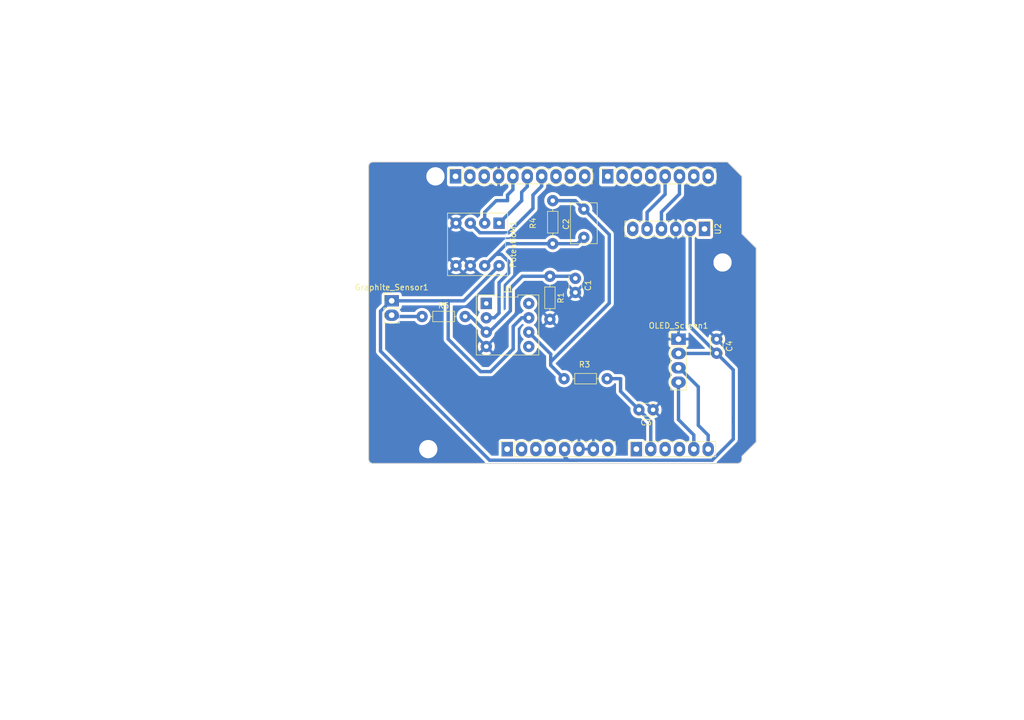
<source format=kicad_pcb>
(kicad_pcb (version 20241229) (generator "pcbnew") (generator_version "9.0")
  (title_block (date "mar. 31 mars 2015"))
  (layers (0 "F.Cu" signal) (2 "B.Cu" signal) (13 "F.Paste" user) (15 "B.Paste" user) (5 "F.SilkS" user "F.Silkscreen") (7 "B.SilkS" user "B.Silkscreen") (1 "F.Mask" user) (3 "B.Mask" user) (25 "Edge.Cuts" user))
  (net 0 "")
  (net 1 "GND")
  (net 3 "+5V")
  (net 4 "/IOREF")
  (net 5 "Net-(U1-+)")
  (net 6 "R2")
  (net 7 "/A2")
  (net 8 "/A3")
  (net 9 "Flex_Out")
  (net 10 "BluetoothInput")
  (net 11 "SCL")
  (net 12 "D11")
  (net 13 "/AREF")
  (net 14 "/8")
  (net 15 "/7")
  (net 16 "D13")
  (net 17 "BluetoothOutput")
  (net 18 "SDA")
  (net 19 "/4")
  (net 20 "/TX{slash}1")
  (net 21 "/*6")
  (net 22 "/*5")
  (net 23 "D12")
  (net 24 "/RX{slash}0")
  (net 25 "+3V3")
  (net 26 "VCC")
  (net 27 "/~{RESET}")
  (net 28 "Net-(C2-Pad2)")
  (net 29 "AmpliOut")
  (net 30 "/*9")
  (net 36 "/*10")
  (net 37 "/A0")
  (footprint "Connector_PinSocket_2.54mm:PinSocket_1x08_P2.54mm_Vertical" (layer "F.Cu") (at 127.94 97.46 90)
    (property "Reference" "J1" (hide yes))
    (property "Value" "Power")
    (fp_line (start 1.33 -1.33) (end 1.33 0) (stroke (width 0.12)) (layer "F.SilkS"))
    (fp_line (start 0 -1.33) (end 1.33 -1.33) (stroke (width 0.12)) (layer "F.SilkS"))
    (fp_line (start 1.33 1.27) (end 1.33 19.11) (stroke (width 0.12)) (layer "F.SilkS"))
    (fp_line (start -1.33 1.27) (end 1.33 1.27) (stroke (width 0.12)) (layer "F.SilkS"))
    (fp_line (start -1.33 1.27) (end -1.33 19.11) (stroke (width 0.12)) (layer "F.SilkS"))
    (fp_line (start -1.33 19.11) (end 1.33 19.11) (stroke (width 0.12)) (layer "F.SilkS"))
    (pad "1" thru_hole rect (at 0 0 90) (size 2.54 2) (drill 1) (layers "*.Cu" "*.Mask"))
    (pad "2" thru_hole oval (at 0 2.54 90) (size 2.54 2) (drill 1) (layers "*.Cu" "*.Mask") (net 4 "/IOREF"))
    (pad "3" thru_hole oval (at 0 5.08 90) (size 2.54 2) (drill 1) (layers "*.Cu" "*.Mask") (net 27 "/~{RESET}"))
    (pad "4" thru_hole oval (at 0 7.62 90) (size 2.54 2) (drill 1) (layers "*.Cu" "*.Mask") (net 25 "+3V3"))
    (pad "5" thru_hole oval (at 0 10.16 90) (size 2.54 2) (drill 1) (layers "*.Cu" "*.Mask") (net 3 "+5V"))
    (pad "6" thru_hole oval (at 0 12.7 90) (size 2.54 2) (drill 1) (layers "*.Cu" "*.Mask") (net 1 "GND"))
    (pad "7" thru_hole oval (at 0 15.24 90) (size 2.54 2) (drill 1) (layers "*.Cu" "*.Mask") (net 1 "GND"))
    (pad "8" thru_hole oval (at 0 17.78 90) (size 2.54 2) (drill 1) (layers "*.Cu" "*.Mask") (net 26 "VCC"))
  )
  (footprint "Connector_PinSocket_2.54mm:PinSocket_1x06_P2.54mm_Vertical" (layer "F.Cu") (at 150.8 97.46 90)
    (property "Reference" "J3" (hide yes))
    (property "Value" "Analog")
    (fp_line (start 1.33 -1.33) (end 1.33 0) (stroke (width 0.12)) (layer "F.SilkS"))
    (fp_line (start 0 -1.33) (end 1.33 -1.33) (stroke (width 0.12)) (layer "F.SilkS"))
    (fp_line (start 1.33 1.27) (end 1.33 14.03) (stroke (width 0.12)) (layer "F.SilkS"))
    (fp_line (start -1.33 1.27) (end 1.33 1.27) (stroke (width 0.12)) (layer "F.SilkS"))
    (fp_line (start -1.33 1.27) (end -1.33 14.03) (stroke (width 0.12)) (layer "F.SilkS"))
    (fp_line (start -1.33 14.03) (end 1.33 14.03) (stroke (width 0.12)) (layer "F.SilkS"))
    (pad "1" thru_hole rect (at 0 0 90) (size 2.54 2) (drill 1) (layers "*.Cu" "*.Mask") (net 37 "/A0"))
    (pad "2" thru_hole oval (at 0 2.54 90) (size 2.54 2) (drill 1) (layers "*.Cu" "*.Mask") (net 29 "AmpliOut"))
    (pad "3" thru_hole oval (at 0 5.08 90) (size 2.54 2) (drill 1) (layers "*.Cu" "*.Mask") (net 7 "/A2"))
    (pad "4" thru_hole oval (at 0 7.62 90) (size 2.54 2) (drill 1) (layers "*.Cu" "*.Mask") (net 8 "/A3"))
    (pad "5" thru_hole oval (at 0 10.16 90) (size 2.54 2) (drill 1) (layers "*.Cu" "*.Mask") (net 18 "SDA"))
    (pad "6" thru_hole oval (at 0 12.7 90) (size 2.54 2) (drill 1) (layers "*.Cu" "*.Mask") (net 11 "SCL"))
  )
  (footprint "Connector_PinSocket_2.54mm:PinSocket_1x10_P2.54mm_Vertical" (layer "F.Cu") (at 118.796 49.2 90)
    (property "Reference" "J2" (hide yes))
    (property "Value" "Digital/PWM")
    (fp_line (start 1.33 -1.33) (end 1.33 0) (stroke (width 0.12)) (layer "F.SilkS"))
    (fp_line (start 0 -1.33) (end 1.33 -1.33) (stroke (width 0.12)) (layer "F.SilkS"))
    (fp_line (start 1.33 1.27) (end 1.33 24.19) (stroke (width 0.12)) (layer "F.SilkS"))
    (fp_line (start -1.33 1.27) (end 1.33 1.27) (stroke (width 0.12)) (layer "F.SilkS"))
    (fp_line (start -1.33 1.27) (end -1.33 24.19) (stroke (width 0.12)) (layer "F.SilkS"))
    (fp_line (start -1.33 24.19) (end 1.33 24.19) (stroke (width 0.12)) (layer "F.SilkS"))
    (pad "1" thru_hole rect (at 0 0 90) (size 2.54 2) (drill 1) (layers "*.Cu" "*.Mask") (net 11 "SCL"))
    (pad "2" thru_hole oval (at 0 2.54 90) (size 2.54 2) (drill 1) (layers "*.Cu" "*.Mask") (net 18 "SDA"))
    (pad "3" thru_hole oval (at 0 5.08 90) (size 2.54 2) (drill 1) (layers "*.Cu" "*.Mask") (net 13 "/AREF"))
    (pad "4" thru_hole oval (at 0 7.62 90) (size 2.54 2) (drill 1) (layers "*.Cu" "*.Mask") (net 1 "GND"))
    (pad "5" thru_hole oval (at 0 10.16 90) (size 2.54 2) (drill 1) (layers "*.Cu" "*.Mask") (net 16 "D13"))
    (pad "6" thru_hole oval (at 0 12.7 90) (size 2.54 2) (drill 1) (layers "*.Cu" "*.Mask") (net 23 "D12"))
    (pad "7" thru_hole oval (at 0 15.24 90) (size 2.54 2) (drill 1) (layers "*.Cu" "*.Mask") (net 12 "D11"))
    (pad "8" thru_hole oval (at 0 17.78 90) (size 2.54 2) (drill 1) (layers "*.Cu" "*.Mask") (net 36 "/*10"))
    (pad "9" thru_hole oval (at 0 20.32 90) (size 2.54 2) (drill 1) (layers "*.Cu" "*.Mask") (net 30 "/*9"))
    (pad "10" thru_hole oval (at 0 22.86 90) (size 2.54 2) (drill 1) (layers "*.Cu" "*.Mask") (net 14 "/8"))
  )
  (footprint "Connector_PinSocket_2.54mm:PinSocket_1x08_P2.54mm_Vertical" (layer "F.Cu") (at 145.72 49.2 90)
    (property "Reference" "J4" (hide yes))
    (property "Value" "Digital/PWM")
    (fp_line (start 1.33 -1.33) (end 1.33 0) (stroke (width 0.12)) (layer "F.SilkS"))
    (fp_line (start 0 -1.33) (end 1.33 -1.33) (stroke (width 0.12)) (layer "F.SilkS"))
    (fp_line (start 1.33 1.27) (end 1.33 19.11) (stroke (width 0.12)) (layer "F.SilkS"))
    (fp_line (start -1.33 1.27) (end 1.33 1.27) (stroke (width 0.12)) (layer "F.SilkS"))
    (fp_line (start -1.33 1.27) (end -1.33 19.11) (stroke (width 0.12)) (layer "F.SilkS"))
    (fp_line (start -1.33 19.11) (end 1.33 19.11) (stroke (width 0.12)) (layer "F.SilkS"))
    (pad "1" thru_hole rect (at 0 0 90) (size 2.54 2) (drill 1) (layers "*.Cu" "*.Mask") (net 15 "/7"))
    (pad "2" thru_hole oval (at 0 2.54 90) (size 2.54 2) (drill 1) (layers "*.Cu" "*.Mask") (net 21 "/*6"))
    (pad "3" thru_hole oval (at 0 5.08 90) (size 2.54 2) (drill 1) (layers "*.Cu" "*.Mask") (net 22 "/*5"))
    (pad "4" thru_hole oval (at 0 7.62 90) (size 2.54 2) (drill 1) (layers "*.Cu" "*.Mask") (net 19 "/4"))
    (pad "5" thru_hole oval (at 0 10.16 90) (size 2.54 2) (drill 1) (layers "*.Cu" "*.Mask") (net 10 "BluetoothInput"))
    (pad "6" thru_hole oval (at 0 12.7 90) (size 2.54 2) (drill 1) (layers "*.Cu" "*.Mask") (net 17 "BluetoothOutput"))
    (pad "7" thru_hole oval (at 0 15.24 90) (size 2.54 2) (drill 1) (layers "*.Cu" "*.Mask") (net 20 "/TX{slash}1"))
    (pad "8" thru_hole oval (at 0 17.78 90) (size 2.54 2) (drill 1) (layers "*.Cu" "*.Mask") (net 24 "/RX{slash}0"))
  )
  (footprint "Capacitor_THT:C_Disc_D3.0mm_W2.0mm_P2.50mm" (layer "F.Cu") (at 153.75 90.5 180)
    (property "Reference" "C3" (at 1.25 -2.25 0) (layer "F.SilkS"))
    (property "Value" "100n")
    (fp_line (start 2.87 1.055) (end 2.87 1.12) (stroke (width 0.12)) (layer "F.SilkS"))
    (fp_line (start 2.87 -1.12) (end 2.87 -1.055) (stroke (width 0.12)) (layer "F.SilkS"))
    (fp_line (start -0.37 1.12) (end 2.87 1.12) (stroke (width 0.12)) (layer "F.SilkS"))
    (fp_line (start -0.37 1.055) (end -0.37 1.12) (stroke (width 0.12)) (layer "F.SilkS"))
    (fp_line (start -0.37 -1.12) (end 2.87 -1.12) (stroke (width 0.12)) (layer "F.SilkS"))
    (fp_line (start -0.37 -1.12) (end -0.37 -1.055) (stroke (width 0.12)) (layer "F.SilkS"))
    (pad "1" thru_hole circle (at 0 0 180) (size 2 2) (drill 0.8) (layers "*.Cu" "*.Mask") (net 1 "GND"))
    (pad "2" thru_hole circle (at 2.5 0 180) (size 2 2) (drill 0.8) (layers "*.Cu" "*.Mask") (net 29 "AmpliOut"))
  )
  (footprint "Resistor_THT:R_Axial_DIN0204_L3.6mm_D1.6mm_P7.62mm_Horizontal" (layer "F.Cu") (at 135.5 66.88 -90)
    (property "Reference" "R1" (at 3.81 -1.92 90) (layer "F.SilkS"))
    (property "Value" "100k")
    (fp_line (start 1.89 0.92) (end 5.73 0.92) (stroke (width 0.12)) (layer "F.SilkS"))
    (fp_line (start 5.73 0.92) (end 5.73 -0.92) (stroke (width 0.12)) (layer "F.SilkS"))
    (fp_line (start 1.5 0) (end 1.89 0) (stroke (width 0.12)) (layer "F.SilkS"))
    (fp_line (start 6.5 0) (end 5.73 0) (stroke (width 0.12)) (layer "F.SilkS"))
    (fp_line (start 1.89 -0.92) (end 1.89 0.92) (stroke (width 0.12)) (layer "F.SilkS"))
    (fp_line (start 5.73 -0.92) (end 1.89 -0.92) (stroke (width 0.12)) (layer "F.SilkS"))
    (pad "1" thru_hole circle (at 0 0 270) (size 2 2) (drill 0.8) (layers "*.Cu" "*.Mask") (net 5 "Net-(U1-+)"))
    (pad "2" thru_hole circle (at 7.62 0 270) (size 2 2) (drill 0.8) (layers "*.Cu" "*.Mask") (net 1 "GND"))
  )
  (footprint "Capteur4A:Sensor" (layer "F.Cu") (at 107.5 71.225)
    (property "Reference" "Graphite_Sensor1" (at 0 -2.38 0) (layer "F.SilkS"))
    (property "Value" "~")
    (fp_line (start -1.38 -1.38) (end 0 -1.38) (stroke (width 0.12)) (layer "F.SilkS"))
    (fp_line (start -1.38 0) (end -1.38 -1.38) (stroke (width 0.12)) (layer "F.SilkS"))
    (fp_line (start -1.38 1.27) (end -1.38 3.92) (stroke (width 0.12)) (layer "F.SilkS"))
    (fp_line (start -1.38 1.27) (end 1.38 1.27) (stroke (width 0.12)) (layer "F.SilkS"))
    (fp_line (start -1.38 3.92) (end 1.38 3.92) (stroke (width 0.12)) (layer "F.SilkS"))
    (fp_line (start 1.38 1.27) (end 1.38 3.92) (stroke (width 0.12)) (layer "F.SilkS"))
    (pad "1" thru_hole rect (at 0 0) (size 2.54 2) (drill 1) (layers "*.Cu" "*.Mask") (net 3 "+5V"))
    (pad "2" thru_hole oval (at 0 2.54) (size 2.54 2) (drill 1) (layers "*.Cu" "*.Mask") (net 9 "Flex_Out"))
  )
  (footprint "Resistor_THT:R_Axial_DIN0204_L3.6mm_D1.6mm_P7.62mm_Horizontal" (layer "F.Cu") (at 138 85)
    (property "Reference" "R3" (at 3.62 -2.5 0) (layer "F.SilkS"))
    (property "Value" "1K")
    (fp_line (start 1.5 0) (end 1.89 0) (stroke (width 0.12)) (layer "F.SilkS"))
    (fp_line (start 1.89 -0.92) (end 1.89 0.92) (stroke (width 0.12)) (layer "F.SilkS"))
    (fp_line (start 1.89 0.92) (end 5.73 0.92) (stroke (width 0.12)) (layer "F.SilkS"))
    (fp_line (start 5.73 -0.92) (end 1.89 -0.92) (stroke (width 0.12)) (layer "F.SilkS"))
    (fp_line (start 5.73 0.92) (end 5.73 -0.92) (stroke (width 0.12)) (layer "F.SilkS"))
    (fp_line (start 6.5 0) (end 5.73 0) (stroke (width 0.12)) (layer "F.SilkS"))
    (pad "1" thru_hole circle (at 0 0) (size 2 2) (drill 0.8) (layers "*.Cu" "*.Mask") (net 28 "Net-(C2-Pad2)"))
    (pad "2" thru_hole circle (at 7.62 0) (size 2 2) (drill 0.8) (layers "*.Cu" "*.Mask") (net 29 "AmpliOut"))
  )
  (footprint "Capteur4A:HCO5" (layer "F.Cu") (at 162.85 58.5 -90)
    (property "Reference" "U2" (at 0 -2.38 90) (layer "F.SilkS"))
    (property "Value" "HC05")
    (fp_line (start -1.38 14.08) (end 1.38 14.08) (stroke (width 0.12)) (layer "F.SilkS"))
    (fp_line (start -1.38 1.27) (end -1.38 14.08) (stroke (width 0.12)) (layer "F.SilkS"))
    (fp_line (start -1.38 1.27) (end 1.38 1.27) (stroke (width 0.12)) (layer "F.SilkS"))
    (fp_line (start 1.38 1.27) (end 1.38 14.08) (stroke (width 0.12)) (layer "F.SilkS"))
    (fp_line (start -1.38 0) (end -1.38 -1.38) (stroke (width 0.12)) (layer "F.SilkS"))
    (fp_line (start -1.38 -1.38) (end 0 -1.38) (stroke (width 0.12)) (layer "F.SilkS"))
    (pad "EN" thru_hole rect (at 0 0 270) (size 2.54 2) (drill 1) (layers "*.Cu" "*.Mask"))
    (pad "GND" thru_hole oval (at 0 5.08 270) (size 2.54 2) (drill 1) (layers "*.Cu" "*.Mask") (net 1 "GND"))
    (pad "RXD" thru_hole oval (at 0 10.16 270) (size 2.54 2) (drill 1) (layers "*.Cu" "*.Mask") (net 10 "BluetoothInput"))
    (pad "STATE" thru_hole oval (at 0 12.7 270) (size 2.54 2) (drill 1) (layers "*.Cu" "*.Mask"))
    (pad "TXD" thru_hole oval (at 0 7.62 270) (size 2.54 2) (drill 1) (layers "*.Cu" "*.Mask") (net 17 "BluetoothOutput"))
    (pad "VCC" thru_hole oval (at 0 2.54 270) (size 2.54 2) (drill 1) (layers "*.Cu" "*.Mask") (net 3 "+5V"))
  )
  (footprint "Arduino_MountingHole:MountingHole_3.2mm" (layer "F.Cu") (at 115.24 49.2)
    (property "Reference" "MH1" (hide yes))
    (property "Value" "MountingHole_3.2mm" (hide yes))
    (pad "" np_thru_hole circle (at 0 0) (size 3.2 3.2) (drill 3.2) (layers "*.Cu" "*.Mask"))
  )
  (footprint "Capteur4A:MCP41050" (layer "F.Cu") (at 122.69 61.24 180)
    (property "Reference" "PotentioM1" (at -6.31 0 90) (layer "F.SilkS"))
    (property "Value" "MCP41050-I_SN")
    (fp_line (start 5.31 5.53) (end 5.31 -5.53) (stroke (width 0.12)) (layer "F.SilkS"))
    (fp_line (start 5.31 -5.53) (end -5.31 -5.53) (stroke (width 0.12)) (layer "F.SilkS"))
    (fp_line (start -4.95 1.843333) (end -5.31 1.843333) (stroke (width 0.12)) (layer "F.SilkS"))
    (fp_line (start -4.95 -1.843333) (end -4.95 1.843333) (stroke (width 0.12)) (layer "F.SilkS"))
    (fp_line (start -5.31 5.53) (end 5.31 5.53) (stroke (width 0.12)) (layer "F.SilkS"))
    (fp_line (start -5.31 1.843333) (end -5.31 5.53) (stroke (width 0.12)) (layer "F.SilkS"))
    (fp_line (start -5.31 -1.843333) (end -4.95 -1.843333) (stroke (width 0.12)) (layer "F.SilkS"))
    (fp_line (start -5.31 -5.53) (end -5.31 -1.843333) (stroke (width 0.12)) (layer "F.SilkS"))
    (pad "1" thru_hole rect (at -3.81 3.76 180) (size 2 2) (drill 0.8) (layers "*.Cu" "*.Mask") (net 23 "D12"))
    (pad "2" thru_hole circle (at -1.27 3.76 180) (size 2 2) (drill 0.8) (layers "*.Cu" "*.Mask") (net 16 "D13"))
    (pad "3" thru_hole circle (at 1.27 3.76 180) (size 2 2) (drill 0.8) (layers "*.Cu" "*.Mask") (net 12 "D11"))
    (pad "4" thru_hole circle (at 3.81 3.76 180) (size 2 2) (drill 0.8) (layers "*.Cu" "*.Mask") (net 1 "GND"))
    (pad "5" thru_hole circle (at 3.81 -3.76 180) (size 2 2) (drill 0.8) (layers "*.Cu" "*.Mask") (net 1 "GND"))
    (pad "6" thru_hole circle (at 1.27 -3.76 180) (size 2 2) (drill 0.8) (layers "*.Cu" "*.Mask") (net 1 "GND"))
    (pad "7" thru_hole circle (at -1.27 -3.76 180) (size 2 2) (drill 0.8) (layers "*.Cu" "*.Mask") (net 6 "R2"))
    (pad "8" thru_hole circle (at -3.81 -3.76 180) (size 2 2) (drill 0.8) (layers "*.Cu" "*.Mask") (net 3 "+5V"))
  )
  (footprint "Capacitor_THT:C_Rect_L7.0mm_W4.5mm_P5.00mm" (layer "F.Cu") (at 141.5 60 90)
    (property "Reference" "C2" (at 2.333334 -3.14042 90) (layer "F.SilkS"))
    (property "Value" "1µ")
    (fp_line (start 6.12 -2.37) (end 6.12 2.37) (stroke (width 0.12)) (layer "F.SilkS"))
    (fp_line (start -1.12 -2.37) (end 6.12 -2.37) (stroke (width 0.12)) (layer "F.SilkS"))
    (fp_line (start -1.12 -2.37) (end -1.12 2.37) (stroke (width 0.12)) (layer "F.SilkS"))
    (fp_line (start -1.12 2.37) (end 6.12 2.37) (stroke (width 0.12)) (layer "F.SilkS"))
    (pad "1" thru_hole circle (at 0 0 90) (size 2 2) (drill 0.8) (layers "*.Cu" "*.Mask") (net 6 "R2"))
    (pad "2" thru_hole circle (at 5 0 90) (size 2 2) (drill 0.8) (layers "*.Cu" "*.Mask") (net 28 "Net-(C2-Pad2)"))
  )
  (footprint "Capteur4A:LTC1050" (layer "F.Cu") (at 128 75.5 -90)
    (property "Reference" "U1" (at -6.31 0 0) (layer "F.SilkS"))
    (property "Value" "LTC1050")
    (fp_line (start -5.31 5.53) (end 5.31 5.53) (stroke (width 0.12)) (layer "F.SilkS"))
    (fp_line (start 5.31 5.53) (end 5.31 -5.53) (stroke (width 0.12)) (layer "F.SilkS"))
    (fp_line (start -5.31 1.843333) (end -5.31 5.53) (stroke (width 0.12)) (layer "F.SilkS"))
    (fp_line (start -4.95 1.843333) (end -5.31 1.843333) (stroke (width 0.12)) (layer "F.SilkS"))
    (fp_line (start -5.31 -1.843333) (end -4.95 -1.843333) (stroke (width 0.12)) (layer "F.SilkS"))
    (fp_line (start -4.95 -1.843333) (end -4.95 1.843333) (stroke (width 0.12)) (layer "F.SilkS"))
    (fp_line (start -5.31 -5.53) (end -5.31 -1.843333) (stroke (width 0.12)) (layer "F.SilkS"))
    (fp_line (start 5.31 -5.53) (end -5.31 -5.53) (stroke (width 0.12)) (layer "F.SilkS"))
    (pad "1" thru_hole rect (at -3.81 3.76 270) (size 2 2) (drill 0.8) (layers "*.Cu" "*.Mask"))
    (pad "2" thru_hole circle (at -1.27 3.76 270) (size 2 2) (drill 0.8) (layers "*.Cu" "*.Mask") (net 6 "R2"))
    (pad "3" thru_hole circle (at 1.27 3.76 270) (size 2 2) (drill 0.8) (layers "*.Cu" "*.Mask") (net 5 "Net-(U1-+)"))
    (pad "4" thru_hole circle (at 3.81 3.76 270) (size 2 2) (drill 0.8) (layers "*.Cu" "*.Mask") (net 1 "GND"))
    (pad "5" thru_hole circle (at 3.81 -3.76 270) (size 2 2) (drill 0.8) (layers "*.Cu" "*.Mask"))
    (pad "6" thru_hole circle (at 1.27 -3.76 270) (size 2 2) (drill 0.8) (layers "*.Cu" "*.Mask") (net 28 "Net-(C2-Pad2)"))
    (pad "7" thru_hole circle (at -1.27 -3.76 270) (size 2 2) (drill 0.8) (layers "*.Cu" "*.Mask") (net 3 "+5V"))
    (pad "8" thru_hole circle (at -3.81 -3.76 270) (size 2 2) (drill 0.8) (layers "*.Cu" "*.Mask"))
  )
  (footprint "Capacitor_THT:C_Disc_D3.0mm_W2.0mm_P2.50mm" (layer "F.Cu") (at 140 67.25 -90)
    (property "Reference" "C1" (at 1.25 -2.25 90) (layer "F.SilkS"))
    (property "Value" "100n")
    (fp_line (start -0.37 1.12) (end 2.87 1.12) (stroke (width 0.12)) (layer "F.SilkS"))
    (fp_line (start -0.37 1.055) (end -0.37 1.12) (stroke (width 0.12)) (layer "F.SilkS"))
    (fp_line (start 2.87 1.055) (end 2.87 1.12) (stroke (width 0.12)) (layer "F.SilkS"))
    (fp_line (start -0.37 -1.12) (end -0.37 -1.055) (stroke (width 0.12)) (layer "F.SilkS"))
    (fp_line (start -0.37 -1.12) (end 2.87 -1.12) (stroke (width 0.12)) (layer "F.SilkS"))
    (fp_line (start 2.87 -1.12) (end 2.87 -1.055) (stroke (width 0.12)) (layer "F.SilkS"))
    (pad "1" thru_hole circle (at 0 0 270) (size 2 2) (drill 0.8) (layers "*.Cu" "*.Mask") (net 5 "Net-(U1-+)"))
    (pad "2" thru_hole circle (at 2.5 0 270) (size 2 2) (drill 0.8) (layers "*.Cu" "*.Mask") (net 1 "GND"))
  )
  (footprint "Resistor_THT:R_Axial_DIN0204_L3.6mm_D1.6mm_P7.62mm_Horizontal" (layer "F.Cu") (at 136 53.5 -90)
    (property "Reference" "R4" (at 4 3.5 90) (layer "F.SilkS"))
    (property "Value" "100k")
    (fp_line (start 1.89 0.92) (end 5.73 0.92) (stroke (width 0.12)) (layer "F.SilkS"))
    (fp_line (start 5.73 0.92) (end 5.73 -0.92) (stroke (width 0.12)) (layer "F.SilkS"))
    (fp_line (start 1.5 0) (end 1.89 0) (stroke (width 0.12)) (layer "F.SilkS"))
    (fp_line (start 6.5 0) (end 5.73 0) (stroke (width 0.12)) (layer "F.SilkS"))
    (fp_line (start 1.89 -0.92) (end 1.89 0.92) (stroke (width 0.12)) (layer "F.SilkS"))
    (fp_line (start 5.73 -0.92) (end 1.89 -0.92) (stroke (width 0.12)) (layer "F.SilkS"))
    (pad "1" thru_hole circle (at 0 0 270) (size 2 2) (drill 0.8) (layers "*.Cu" "*.Mask") (net 28 "Net-(C2-Pad2)"))
    (pad "2" thru_hole circle (at 7.62 0 270) (size 2 2) (drill 0.8) (layers "*.Cu" "*.Mask") (net 6 "R2"))
  )
  (footprint "Capteur4A:OLED" (layer "F.Cu") (at 158.25 78)
    (property "Reference" "OLED_Screen1" (at 0 -2.38 0) (layer "F.SilkS"))
    (property "Value" "~")
    (fp_line (start -1.38 -1.38) (end 0 -1.38) (stroke (width 0.12)) (layer "F.SilkS"))
    (fp_line (start -1.38 0) (end -1.38 -1.38) (stroke (width 0.12)) (layer "F.SilkS"))
    (fp_line (start -1.38 1.27) (end -1.38 9) (stroke (width 0.12)) (layer "F.SilkS"))
    (fp_line (start -1.38 1.27) (end 1.38 1.27) (stroke (width 0.12)) (layer "F.SilkS"))
    (fp_line (start -1.38 9) (end 1.38 9) (stroke (width 0.12)) (layer "F.SilkS"))
    (fp_line (start 1.38 1.27) (end 1.38 9) (stroke (width 0.12)) (layer "F.SilkS"))
    (pad "1" thru_hole rect (at 0 0) (size 2.54 2) (drill 1) (layers "*.Cu" "*.Mask") (net 1 "GND"))
    (pad "2" thru_hole oval (at 0 2.54) (size 2.54 2) (drill 1) (layers "*.Cu" "*.Mask") (net 3 "+5V"))
    (pad "3" thru_hole oval (at 0 5.08) (size 2.54 2) (drill 1) (layers "*.Cu" "*.Mask") (net 11 "SCL"))
    (pad "4" thru_hole oval (at 0 7.62) (size 2.54 2) (drill 1) (layers "*.Cu" "*.Mask") (net 18 "SDA"))
  )
  (footprint "Resistor_THT:R_Axial_DIN0204_L3.6mm_D1.6mm_P7.62mm_Horizontal" (layer "F.Cu") (at 112.88 74)
    (property "Reference" "R5" (at 3.81 -1.92 0) (layer "F.SilkS"))
    (property "Value" "10k")
    (fp_line (start 1.5 0) (end 1.89 0) (stroke (width 0.12)) (layer "F.SilkS"))
    (fp_line (start 1.89 -0.92) (end 1.89 0.92) (stroke (width 0.12)) (layer "F.SilkS"))
    (fp_line (start 1.89 0.92) (end 5.73 0.92) (stroke (width 0.12)) (layer "F.SilkS"))
    (fp_line (start 5.73 -0.92) (end 1.89 -0.92) (stroke (width 0.12)) (layer "F.SilkS"))
    (fp_line (start 5.73 0.92) (end 5.73 -0.92) (stroke (width 0.12)) (layer "F.SilkS"))
    (fp_line (start 6 0) (end 5.73 0) (stroke (width 0.12)) (layer "F.SilkS"))
    (pad "1" thru_hole circle (at 0 0) (size 2 2) (drill 0.8) (layers "*.Cu" "*.Mask") (net 9 "Flex_Out"))
    (pad "2" thru_hole circle (at 7.62 0) (size 2 2) (drill 0.8) (layers "*.Cu" "*.Mask") (net 5 "Net-(U1-+)"))
  )
  (footprint "Arduino_MountingHole:MountingHole_3.2mm" (layer "F.Cu") (at 113.97 97.46)
    (property "Reference" "MH2" (hide yes))
    (property "Value" "MountingHole_3.2mm" (hide yes))
    (pad "" np_thru_hole circle (at 0 0) (size 3.2 3.2) (drill 3.2) (layers "*.Cu" "*.Mask"))
  )
  (footprint "Arduino_MountingHole:MountingHole_3.2mm" (layer "F.Cu") (at 166.04 64.44)
    (property "Reference" "MH3" (hide yes))
    (property "Value" "MountingHole_3.2mm" (hide yes))
    (pad "" np_thru_hole circle (at 0 0) (size 3.2 3.2) (drill 3.2) (layers "*.Cu" "*.Mask"))
  )
  (footprint "Capacitor_THT:C_Disc_D3.0mm_W2.0mm_P2.50mm" (layer "F.Cu") (at 165 78 -90)
    (property "Reference" "C4" (at 1.25 -2.25 90) (layer "F.SilkS"))
    (property "Value" "100n")
    (fp_line (start -0.37 1.12) (end 2.87 1.12) (stroke (width 0.12)) (layer "F.SilkS"))
    (fp_line (start -0.37 1.055) (end -0.37 1.12) (stroke (width 0.12)) (layer "F.SilkS"))
    (fp_line (start 2.87 1.055) (end 2.87 1.12) (stroke (width 0.12)) (layer "F.SilkS"))
    (fp_line (start -0.37 -1.12) (end -0.37 -1.055) (stroke (width 0.12)) (layer "F.SilkS"))
    (fp_line (start -0.37 -1.12) (end 2.87 -1.12) (stroke (width 0.12)) (layer "F.SilkS"))
    (fp_line (start 2.87 -1.12) (end 2.87 -1.055) (stroke (width 0.12)) (layer "F.SilkS"))
    (pad "1" thru_hole circle (at 0 0 270) (size 2 2) (drill 0.8) (layers "*.Cu" "*.Mask") (net 1 "GND"))
    (pad "2" thru_hole circle (at 2.5 0 270) (size 2 2) (drill 0.8) (layers "*.Cu" "*.Mask") (net 3 "+5V"))
  )
  (footprint "Arduino_MountingHole:MountingHole_3.2mm" (layer "F.Cu") (at 166.04 92.38)
    (property "Reference" "MH4" (hide yes))
    (property "Value" "MountingHole_3.2mm" (hide yes))
    (pad "" np_thru_hole circle (at 0 0) (size 3.2 3.2) (drill 3.2) (layers "*.Cu" "*.Mask"))
  )
  (gr_line (start 169.46 59.36) (end 172 61.9) (stroke (width 0.15)) (layer "Edge.Cuts"))
  (gr_line (start 103.42 99.238) (end 103.42 47.422) (stroke (width 0.15)) (layer "Edge.Cuts"))
  (gr_line (start 172 61.9) (end 172 96.19) (stroke (width 0.15)) (layer "Edge.Cuts"))
  (gr_line (start 168.698 100) (end 104.182 100) (stroke (width 0.15)) (layer "Edge.Cuts"))
  (gr_line (start 104.182 46.66) (end 166.92 46.66) (stroke (width 0.15)) (layer "Edge.Cuts"))
  (gr_arc (start 104.182 100) (mid 103.643185 99.776815) (end 103.42 99.238) (stroke (width 0.15)) (layer "Edge.Cuts"))
  (gr_line (start 172 96.19) (end 169.46 98.73) (stroke (width 0.15)) (layer "Edge.Cuts"))
  (gr_line (start 166.92 46.66) (end 169.46 49.2) (stroke (width 0.15)) (layer "Edge.Cuts"))
  (gr_arc (start 169.46 99.238) (mid 169.236815 99.776815) (end 168.698 100) (stroke (width 0.15)) (layer "Edge.Cuts"))
  (gr_line (start 169.46 49.2) (end 169.46 59.36) (stroke (width 0.15)) (layer "Edge.Cuts"))
  (gr_line (start 169.46 98.73) (end 169.46 99.238) (stroke (width 0.15)) (layer "Edge.Cuts"))
  (gr_arc (start 103.42 47.422) (mid 103.643185 46.883185) (end 104.182 46.66) (stroke (width 0.15)) (layer "Edge.Cuts"))
  (segment (start 105.529 80.136628) (end 124.823372 99.431) (width 0.6) (layer "B.Cu") (net 3))
  (segment (start 167.941 83.441) (end 165 80.5) (width 0.6) (layer "B.Cu") (net 3))
  (segment (start 129 79.75) (end 129 75.75) (width 0.6) (layer "B.Cu") (net 3))
  (segment (start 120.275 71.225) (end 126.5 65) (width 0.6) (layer "B.Cu") (net 3))
  (segment (start 129 75.75) (end 130.52 74.23) (width 0.6) (layer "B.Cu") (net 3))
  (segment (start 138.741 99.431) (end 140.25 99.431) (width 0.6) (layer "B.Cu") (net 3))
  (segment (start 124.823372 99.431) (end 140.25 99.431) (width 0.6) (layer "B.Cu") (net 3))
  (segment (start 107.5 71.225) (end 107.364423 71.225) (width 0.6) (layer "B.Cu") (net 3))
  (segment (start 117.5 78) (end 123.25 83.75) (width 0.6) (layer "B.Cu") (net 3))
  (segment (start 125 83.75) (end 129 79.75) (width 0.6) (layer "B.Cu") (net 3))
  (segment (start 123.25 83.75) (end 125 83.75) (width 0.6) (layer "B.Cu") (net 3))
  (segment (start 160.31 75.81) (end 165 80.5) (width 0.6) (layer "B.Cu") (net 3))
  (segment (start 107.5 71.225) (end 116.5 71.225) (width 0.6) (layer "B.Cu") (net 3))
  (segment (start 140.25 99.431) (end 164.204577 99.431) (width 0.6) (layer "B.Cu") (net 3))
  (segment (start 130.52 74.23) (end 131.76 74.23) (width 0.6) (layer "B.Cu") (net 3))
  (segment (start 117.5 71.225) (end 120.275 71.225) (width 0.6) (layer "B.Cu") (net 3))
  (segment (start 138.1 97.46) (end 138.1 98.79) (width 0.6) (layer "B.Cu") (net 3))
  (segment (start 116.5 71.225) (end 117.5 71.225) (width 0.6) (layer "B.Cu") (net 3))
  (segment (start 107.364423 71.225) (end 105.529 73.060423) (width 0.6) (layer "B.Cu") (net 3))
  (segment (start 138.1 98.79) (end 138.741 99.431) (width 0.6) (layer "B.Cu") (net 3))
  (segment (start 105.529 73.060423) (end 105.529 80.136628) (width 0.6) (layer "B.Cu") (net 3))
  (segment (start 160.31 58.5) (end 160.31 75.81) (width 0.6) (layer "B.Cu") (net 3))
  (segment (start 164.96 80.54) (end 165 80.5) (width 0.6) (layer "B.Cu") (net 3))
  (segment (start 158.25 80.54) (end 164.96 80.54) (width 0.6) (layer "B.Cu") (net 3))
  (segment (start 164.204577 99.431) (end 167.941 95.694577) (width 0.6) (layer "B.Cu") (net 3))
  (segment (start 117.5 71.225) (end 117.5 78) (width 0.6) (layer "B.Cu") (net 3))
  (segment (start 167.941 95.694577) (end 167.941 83.441) (width 0.6) (layer "B.Cu") (net 3))
  (segment (start 135.5 66.88) (end 130.62 66.88) (width 0.6) (layer "B.Cu") (net 5))
  (segment (start 139.63 66.88) (end 140 67.25) (width 0.6) (layer "B.Cu") (net 5))
  (segment (start 128.5 73) (end 124.73 76.77) (width 0.6) (layer "B.Cu") (net 5))
  (segment (start 124.73 76.77) (end 124.24 76.77) (width 0.6) (layer "B.Cu") (net 5))
  (segment (start 121.47 74) (end 124.24 76.77) (width 0.6) (layer "B.Cu") (net 5))
  (segment (start 128.5 69) (end 128.5 73) (width 0.6) (layer "B.Cu") (net 5))
  (segment (start 135.5 66.88) (end 139.63 66.88) (width 0.6) (layer "B.Cu") (net 5))
  (segment (start 120.5 74) (end 121.47 74) (width 0.6) (layer "B.Cu") (net 5))
  (segment (start 130.62 66.88) (end 128.5 69) (width 0.6) (layer "B.Cu") (net 5))
  (segment (start 128.201 66.299) (end 128.201 64.295422) (width 0.6) (layer "B.Cu") (net 6))
  (segment (start 136 61.12) (end 140.38 61.12) (width 0.6) (layer "B.Cu") (net 6))
  (segment (start 125.654213 74.23) (end 126.5 73.384213) (width 0.6) (layer "B.Cu") (net 6))
  (segment (start 125.96 63) (end 123.96 65) (width 0.6) (layer "B.Cu") (net 6))
  (segment (start 140.38 61.12) (end 141.5 60) (width 0.6) (layer "B.Cu") (net 6))
  (segment (start 124.24 74.23) (end 125.654213 74.23) (width 0.6) (layer "B.Cu") (net 6))
  (segment (start 128.201 64.295422) (end 126.905578 63) (width 0.6) (layer "B.Cu") (net 6))
  (segment (start 126.905578 63) (end 125.96 63) (width 0.6) (layer "B.Cu") (net 6))
  (segment (start 126.5 73.384213) (end 126.5 68) (width 0.6) (layer "B.Cu") (net 6))
  (segment (start 126.5 68) (end 128.201 66.299) (width 0.6) (layer "B.Cu") (net 6))
  (segment (start 123.96 65) (end 127.84 61.12) (width 0.6) (layer "B.Cu") (net 6))
  (segment (start 127.84 61.12) (end 136 61.12) (width 0.6) (layer "B.Cu") (net 6))
  (segment (start 112.88 74) (end 107.735 74) (width 0.6) (layer "B.Cu") (net 9))
  (segment (start 107.735 74) (end 107.5 73.765) (width 0.6) (layer "B.Cu") (net 9))
  (segment (start 152.69 55.56) (end 155.88 52.37) (width 0.6) (layer "B.Cu") (net 10))
  (segment (start 152.69 58.5) (end 152.69 55.56) (width 0.6) (layer "B.Cu") (net 10))
  (segment (start 155.88 52.37) (end 155.88 49.2) (width 0.6) (layer "B.Cu") (net 10))
  (segment (start 163.5 95) (end 163.5 97.46) (width 0.6) (layer "B.Cu") (net 11))
  (segment (start 158.25 83.08) (end 158.385577 83.08) (width 0.6) (layer "B.Cu") (net 11))
  (segment (start 158.385577 83.08) (end 161.75 86.444423) (width 0.6) (layer "B.Cu") (net 11))
  (segment (start 161.75 93.25) (end 163.5 95) (width 0.6) (layer "B.Cu") (net 11))
  (segment (start 158.52 83.08) (end 158.25 83.08) (width 0.6) (layer "B.Cu") (net 11))
  (segment (start 161.75 86.444423) (end 161.75 93.25) (width 0.6) (layer "B.Cu") (net 11))
  (segment (start 132.5 54.882) (end 128.201 59.181) (width 0.6) (layer "B.Cu") (net 12))
  (segment (start 128.201 59.181) (end 123.121 59.181) (width 0.6) (layer "B.Cu") (net 12))
  (segment (start 134.036 49.2) (end 134.036 50.964) (width 0.6) (layer "B.Cu") (net 12))
  (segment (start 132.5 52.5) (end 132.5 54.882) (width 0.6) (layer "B.Cu") (net 12))
  (segment (start 123.121 59.181) (end 121.42 57.48) (width 0.6) (layer "B.Cu") (net 12))
  (segment (start 134.036 50.964) (end 132.5 52.5) (width 0.6) (layer "B.Cu") (net 12))
  (segment (start 123.96 57.48) (end 123.96 55.54) (width 0.6) (layer "B.Cu") (net 16))
  (segment (start 128.956 51.544) (end 128.956 49.2) (width 0.6) (layer "B.Cu") (net 16))
  (segment (start 128 53.5) (end 128 52.5) (width 0.6) (layer "B.Cu") (net 16))
  (segment (start 128 52.5) (end 128.956 51.544) (width 0.6) (layer "B.Cu") (net 16))
  (segment (start 126 53.5) (end 128 53.5) (width 0.6) (layer "B.Cu") (net 16))
  (segment (start 123.96 55.54) (end 126 53.5) (width 0.6) (layer "B.Cu") (net 16))
  (segment (start 158.42 52.33) (end 158.42 49.2) (width 0.6) (layer "B.Cu") (net 17))
  (segment (start 155.23 58.5) (end 155.23 55.52) (width 0.6) (layer "B.Cu") (net 17))
  (segment (start 155.23 55.52) (end 158.42 52.33) (width 0.6) (layer "B.Cu") (net 17))
  (segment (start 160.96 97.46) (end 160.96 94.96) (width 0.6) (layer "B.Cu") (net 18))
  (segment (start 160.96 94.96) (end 158.25 92.25) (width 0.6) (layer "B.Cu") (net 18))
  (segment (start 158.25 92.25) (end 158.25 85.62) (width 0.6) (layer "B.Cu") (net 18))
  (segment (start 126.52 57.48) (end 130.5 53.5) (width 0.6) (layer "B.Cu") (net 23))
  (segment (start 131.496 49.2) (end 131.496 51.004) (width 0.6) (layer "B.Cu") (net 23))
  (segment (start 126.5 57.48) (end 126.52 57.48) (width 0.6) (layer "B.Cu") (net 23))
  (segment (start 130.5 52) (end 130.5 53.5) (width 0.6) (layer "B.Cu") (net 23))
  (segment (start 131.496 51.004) (end 130.5 52) (width 0.6) (layer "B.Cu") (net 23))
  (segment (start 135.635578 80.645578) (end 135.635578 82) (width 0.6) (layer "B.Cu") (net 28))
  (segment (start 135.635578 82.635578) (end 135.635578 82) (width 0.6) (layer "B.Cu") (net 28))
  (segment (start 146 71.635578) (end 135.635578 82) (width 0.6) (layer "B.Cu") (net 28))
  (segment (start 131.76 76.77) (end 135.635578 80.645578) (width 0.6) (layer "B.Cu") (net 28))
  (segment (start 141.5 55) (end 146 59.5) (width 0.6) (layer "B.Cu") (net 28))
  (segment (start 146 59.5) (end 146 71.635578) (width 0.6) (layer "B.Cu") (net 28))
  (segment (start 138 85) (end 135.635578 82.635578) (width 0.6) (layer "B.Cu") (net 28))
  (segment (start 140 53.5) (end 136 53.5) (width 0.6) (layer "B.Cu") (net 28))
  (segment (start 141.5 55) (end 140 53.5) (width 0.6) (layer "B.Cu") (net 28))
  (segment (start 145.62 85) (end 148 85) (width 0.6) (layer "B.Cu") (net 29))
  (segment (start 153.34 98.339) (end 153.34 97.46) (width 0.6) (layer "B.Cu") (net 29))
  (segment (start 148 87.25) (end 151.25 90.5) (width 0.6) (layer "B.Cu") (net 29))
  (segment (start 148 85) (end 148 87.25) (width 0.6) (layer "B.Cu") (net 29))
  (segment (start 153.34 97.09) (end 153.25 97) (width 0.6) (layer "B.Cu") (net 29))
  (segment (start 153.34 97.46) (end 153.34 92.59) (width 0.6) (layer "B.Cu") (net 29))
  (segment (start 153.34 97.46) (end 153.34 97.09) (width 0.6) (layer "B.Cu") (net 29))
  (segment (start 153.34 92.59) (end 151.25 90.5) (width 0.6) (layer "B.Cu") (net 29))
  (segment (start 136.576 49.335577) (end 136.576 49.2) (width 0.6) (layer "B.Cu") (net 36))
  (segment (start 136.576 49.405628) (end 136.576 49.2) (width 0.6) (layer "B.Cu") (net 36))
  (zone (net 1) (net_name "GND") (layer "B.Cu") (connect_pads (clearance 0.508)) (min_thickness 0.25) (fill yes (thermal_gap 0.5) (thermal_bridge_width 0.5))
    (polygon (pts (xy 45.6 22) (xy 219.4 18) (xy 212.8 139.4) (xy 38.2 145.4)))
  )
)
</source>
